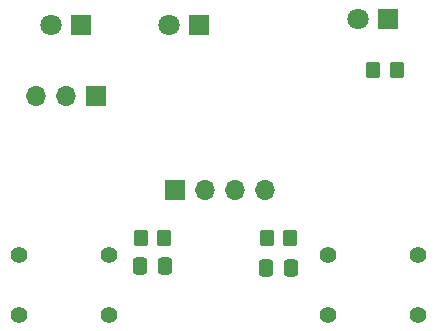
<source format=gbr>
%TF.GenerationSoftware,KiCad,Pcbnew,7.0.2-6a45011f42~172~ubuntu22.10.1*%
%TF.CreationDate,2023-04-24T10:08:01+02:00*%
%TF.ProjectId,him-card,68696d2d-6361-4726-942e-6b696361645f,rev?*%
%TF.SameCoordinates,Original*%
%TF.FileFunction,Soldermask,Top*%
%TF.FilePolarity,Negative*%
%FSLAX46Y46*%
G04 Gerber Fmt 4.6, Leading zero omitted, Abs format (unit mm)*
G04 Created by KiCad (PCBNEW 7.0.2-6a45011f42~172~ubuntu22.10.1) date 2023-04-24 10:08:01*
%MOMM*%
%LPD*%
G01*
G04 APERTURE LIST*
G04 Aperture macros list*
%AMRoundRect*
0 Rectangle with rounded corners*
0 $1 Rounding radius*
0 $2 $3 $4 $5 $6 $7 $8 $9 X,Y pos of 4 corners*
0 Add a 4 corners polygon primitive as box body*
4,1,4,$2,$3,$4,$5,$6,$7,$8,$9,$2,$3,0*
0 Add four circle primitives for the rounded corners*
1,1,$1+$1,$2,$3*
1,1,$1+$1,$4,$5*
1,1,$1+$1,$6,$7*
1,1,$1+$1,$8,$9*
0 Add four rect primitives between the rounded corners*
20,1,$1+$1,$2,$3,$4,$5,0*
20,1,$1+$1,$4,$5,$6,$7,0*
20,1,$1+$1,$6,$7,$8,$9,0*
20,1,$1+$1,$8,$9,$2,$3,0*%
G04 Aperture macros list end*
%ADD10RoundRect,0.250000X-0.350000X-0.450000X0.350000X-0.450000X0.350000X0.450000X-0.350000X0.450000X0*%
%ADD11R,1.800000X1.800000*%
%ADD12C,1.800000*%
%ADD13C,1.397000*%
%ADD14RoundRect,0.250000X0.350000X0.450000X-0.350000X0.450000X-0.350000X-0.450000X0.350000X-0.450000X0*%
%ADD15R,1.700000X1.700000*%
%ADD16O,1.700000X1.700000*%
%ADD17RoundRect,0.250000X-0.337500X-0.475000X0.337500X-0.475000X0.337500X0.475000X-0.337500X0.475000X0*%
G04 APERTURE END LIST*
D10*
%TO.C,R3*%
X136000000Y-83830000D03*
X138000000Y-83830000D03*
%TD*%
D11*
%TO.C,D3*%
X137305000Y-79450000D03*
D12*
X134765000Y-79450000D03*
%TD*%
D13*
%TO.C,SW2*%
X139810000Y-99460000D03*
X132190000Y-99460000D03*
X132190000Y-104540000D03*
X139810000Y-104540000D03*
%TD*%
%TO.C,SW1*%
X113620000Y-99460000D03*
X106000000Y-99460000D03*
X106000000Y-104540000D03*
X113620000Y-104540000D03*
%TD*%
D10*
%TO.C,R2*%
X127000000Y-98000000D03*
X129000000Y-98000000D03*
%TD*%
D14*
%TO.C,R1*%
X118330000Y-98000000D03*
X116330000Y-98000000D03*
%TD*%
D15*
%TO.C,J3*%
X119200000Y-94000000D03*
D16*
X121740000Y-94000000D03*
X124280000Y-94000000D03*
X126820000Y-94000000D03*
%TD*%
D15*
%TO.C,J1*%
X112525000Y-86000000D03*
D16*
X109985000Y-86000000D03*
X107445000Y-86000000D03*
%TD*%
D11*
%TO.C,D2*%
X121285000Y-80000000D03*
D12*
X118745000Y-80000000D03*
%TD*%
D11*
%TO.C,D1*%
X111275000Y-80000000D03*
D12*
X108735000Y-80000000D03*
%TD*%
D17*
%TO.C,C2*%
X126972500Y-100550000D03*
X129047500Y-100550000D03*
%TD*%
%TO.C,C1*%
X116312500Y-100390000D03*
X118387500Y-100390000D03*
%TD*%
M02*

</source>
